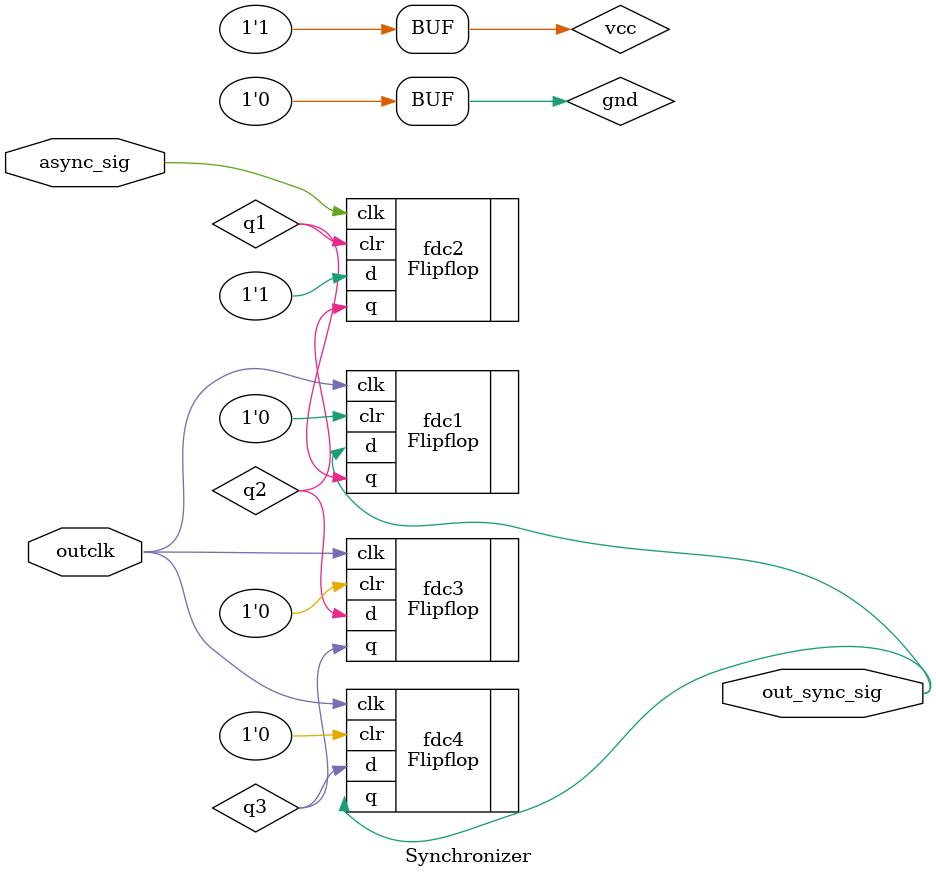
<source format=sv>
module Synchronizer (//input
							async_sig, outclk, 
							//output
							out_sync_sig);
	input async_sig;
	input outclk;
	output out_sync_sig;
		
	wire vcc = 1;
	wire gnd = 0;
	
	wire q1;
	wire q2;
	wire q3;
	
	Flipflop
	fdc1(
	.clk(outclk),
	.clr(gnd),
	.q(q1),
	.d(out_sync_sig)	
	);
	
	Flipflop
	fdc2(
	.clk(async_sig),
	.clr(q1),
	.q(q2),
	.d(vcc)
	);
	
	Flipflop
	fdc3(
	.clk(outclk),
	.clr(gnd),
	.q(q3),
	.d(q2)	
	);
	
	Flipflop
	fdc4(
	.clk(outclk),
	.clr(gnd),
	.q(out_sync_sig),
	.d(q3)
	);
	
endmodule	
</source>
